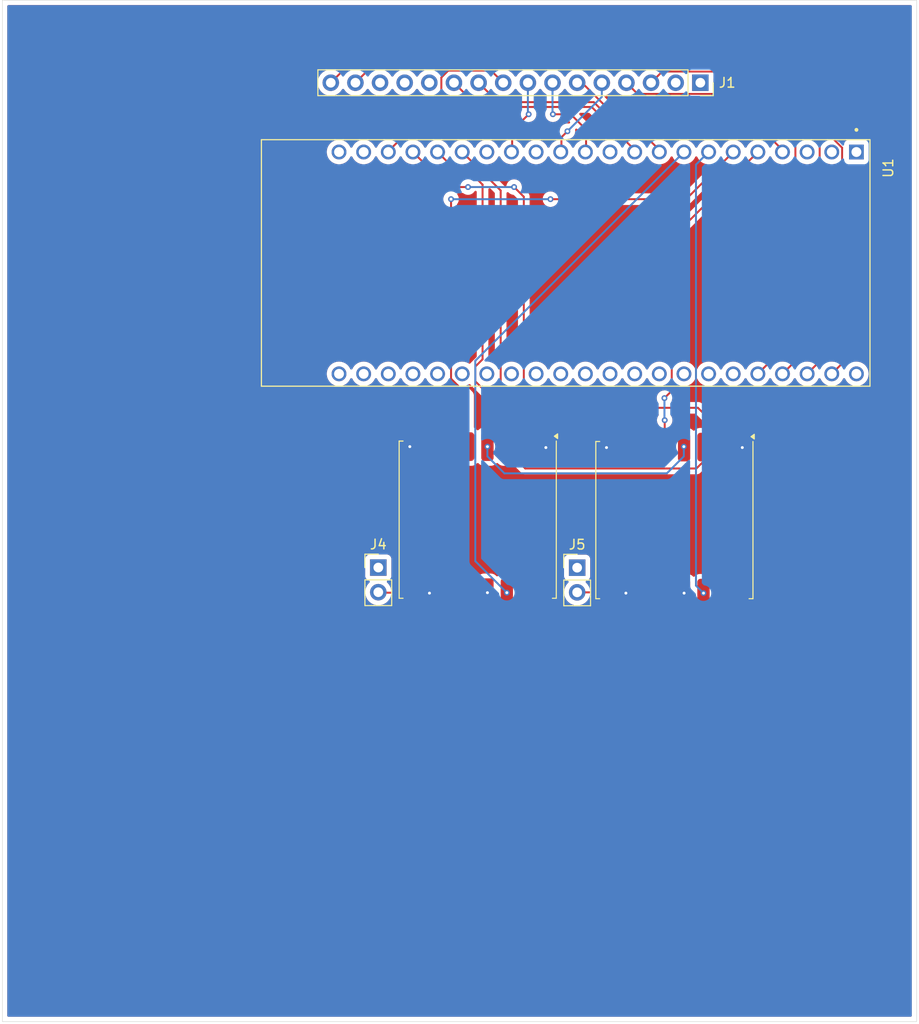
<source format=kicad_pcb>
(kicad_pcb (version 20241229) (generator "pcbnew") (generator_version "9.0")
  (layers (0 "F.Cu" signal) (4 "In1.Cu" signal) (6 "In2.Cu" signal) (2 "B.Cu" signal) (13 "F.Paste" user) (15 "B.Paste" user) (5 "F.SilkS" user "F.Silkscreen") (7 "B.SilkS" user "B.Silkscreen") (1 "F.Mask" user) (3 "B.Mask" user) (25 "Edge.Cuts" user))
  (net 0 "")
  (net 2 "+3.3V")
  (net 3 "BTN2")
  (net 4 "BTN1")
  (net 5 "BTN3")
  (net 9 "LED2")
  (net 10 "LED3")
  (net 11 "I2CSDA")
  (net 12 "GND")
  (net 15 "LED1")
  (net 16 "I2CSCL")
  (net 17 "GPSTX")
  (net 20 "BTN4")
  (net 23 "CS2")
  (net 24 "IRQ1")
  (net 25 "MISO")
  (net 28 "SCK")
  (net 33 "MOSI")
  (net 35 "RPSRX")
  (net 38 "IRQ2")
  (net 39 "CS1")
  (net 53 "ANT2")
  (net 54 "ANT1")
  (footprint "Connector_PinHeader_2.54mm:PinHeader_1x02_P2.54mm_Vertical" (layer "F.Cu") (at 204.75 102.975)
    (property "Reference" "J5" (at 0 -2.38 0) (layer "F.SilkS"))
    (property "Value" "Conn_01x02_Pin")
    (fp_line (start -1.38 -1.38) (end 0 -1.38) (stroke (width 0.12)) (layer "F.SilkS"))
    (fp_line (start -1.38 0) (end -1.38 -1.38) (stroke (width 0.12)) (layer "F.SilkS"))
    (fp_line (start -1.38 1.27) (end -1.38 3.92) (stroke (width 0.12)) (layer "F.SilkS"))
    (fp_line (start -1.38 1.27) (end 1.38 1.27) (stroke (width 0.12)) (layer "F.SilkS"))
    (fp_line (start -1.38 3.92) (end 1.38 3.92) (stroke (width 0.12)) (layer "F.SilkS"))
    (fp_line (start 1.38 1.27) (end 1.38 3.92) (stroke (width 0.12)) (layer "F.SilkS"))
    (pad "1" thru_hole rect (at 0 0) (size 1.7 1.7) (drill 1) (layers "*.Cu" "*.Mask") (net 12 "GND"))
    (pad "2" thru_hole circle (at 0 2.54) (size 1.7 1.7) (drill 1) (layers "*.Cu" "*.Mask") (net 54 "ANT1"))
  )
  (footprint "Connector_PinHeader_2.54mm:PinHeader_1x02_P2.54mm_Vertical" (layer "F.Cu") (at 184.25 102.96)
    (property "Reference" "J4" (at 0 -2.38 0) (layer "F.SilkS"))
    (property "Value" "Conn_01x02_Pin")
    (fp_line (start -1.38 -1.38) (end 0 -1.38) (stroke (width 0.12)) (layer "F.SilkS"))
    (fp_line (start -1.38 0) (end -1.38 -1.38) (stroke (width 0.12)) (layer "F.SilkS"))
    (fp_line (start -1.38 1.27) (end -1.38 3.92) (stroke (width 0.12)) (layer "F.SilkS"))
    (fp_line (start -1.38 1.27) (end 1.38 1.27) (stroke (width 0.12)) (layer "F.SilkS"))
    (fp_line (start -1.38 3.92) (end 1.38 3.92) (stroke (width 0.12)) (layer "F.SilkS"))
    (fp_line (start 1.38 1.27) (end 1.38 3.92) (stroke (width 0.12)) (layer "F.SilkS"))
    (pad "1" thru_hole rect (at 0 0) (size 1.7 1.7) (drill 1) (layers "*.Cu" "*.Mask") (net 12 "GND"))
    (pad "2" thru_hole circle (at 0 2.54) (size 1.7 1.7) (drill 1) (layers "*.Cu" "*.Mask") (net 53 "ANT2"))
  )
  (footprint "footprints:ESP32-S3-DEVKITC-1-N8R8" (layer "F.Cu") (at 203.57 71.57 -90)
    (property "Reference" "U1" (at -9.775 -33.255 90) (layer "F.SilkS"))
    (property "Value" "ESP32-S3-DEVKITC-1-N8R8")
    (fp_line (start -12.7 31.37) (end -12.7 -31.37) (stroke (width 0.127)) (layer "F.SilkS"))
    (fp_line (start 12.7 31.37) (end -12.7 31.37) (stroke (width 0.127)) (layer "F.SilkS"))
    (fp_line (start -12.7 -31.37) (end 12.7 -31.37) (stroke (width 0.127)) (layer "F.SilkS"))
    (fp_line (start 12.7 -31.37) (end 12.7 31.37) (stroke (width 0.127)) (layer "F.SilkS"))
    (fp_circle (center -13.716 -29.972) (end -13.616 -29.972) (stroke (width 0.2)) (fill no) (layer "F.SilkS"))
    (pad "J1_1" thru_hole rect (at -11.43 -29.97 270) (size 1.53 1.53) (drill 1.02) (layers "*.Cu" "*.Mask") (net 2 "+3.3V"))
    (pad "J1_2" thru_hole circle (at -11.43 -27.43 270) (size 1.53 1.53) (drill 1.02) (layers "*.Cu" "*.Mask") (net 2 "+3.3V"))
    (pad "J1_3" thru_hole circle (at -11.43 -24.89 270) (size 1.53 1.53) (drill 1.02) (layers "*.Cu" "*.Mask"))
    (pad "J1_4" thru_hole circle (at -11.43 -22.35 270) (size 1.53 1.53) (drill 1.02) (layers "*.Cu" "*.Mask") (net 20 "BTN4"))
    (pad "J1_5" thru_hole circle (at -11.43 -19.81 270) (size 1.53 1.53) (drill 1.02) (layers "*.Cu" "*.Mask") (net 39 "CS1"))
    (pad "J1_6" thru_hole circle (at -11.43 -17.27 270) (size 1.53 1.53) (drill 1.02) (layers "*.Cu" "*.Mask") (net 23 "CS2"))
    (pad "J1_7" thru_hole circle (at -11.43 -14.73 270) (size 1.53 1.53) (drill 1.02) (layers "*.Cu" "*.Mask") (net 24 "IRQ1"))
    (pad "J1_8" thru_hole circle (at -11.43 -12.19 270) (size 1.53 1.53) (drill 1.02) (layers "*.Cu" "*.Mask") (net 38 "IRQ2"))
    (pad "J1_9" thru_hole circle (at -11.43 -9.65 270) (size 1.53 1.53) (drill 1.02) (layers "*.Cu" "*.Mask") (net 9 "LED2"))
    (pad "J1_10" thru_hole circle (at -11.43 -7.11 270) (size 1.53 1.53) (drill 1.02) (layers "*.Cu" "*.Mask") (net 10 "LED3"))
    (pad "J1_11" thru_hole circle (at -11.43 -4.57 270) (size 1.53 1.53) (drill 1.02) (layers "*.Cu" "*.Mask"))
    (pad "J1_12" thru_hole circle (at -11.43 -2.03 270) (size 1.53 1.53) (drill 1.02) (layers "*.Cu" "*.Mask") (net 11 "I2CSDA"))
    (pad "J1_13" thru_hole circle (at -11.43 0.51 270) (size 1.53 1.53) (drill 1.02) (layers "*.Cu" "*.Mask") (net 5 "BTN3"))
    (pad "J1_14" thru_hole circle (at -11.43 3.05 270) (size 1.53 1.53) (drill 1.02) (layers "*.Cu" "*.Mask"))
    (pad "J1_15" thru_hole circle (at -11.43 5.59 270) (size 1.53 1.53) (drill 1.02) (layers "*.Cu" "*.Mask") (net 16 "I2CSCL"))
    (pad "J1_16" thru_hole circle (at -11.43 8.13 270) (size 1.53 1.53) (drill 1.02) (layers "*.Cu" "*.Mask"))
    (pad "J1_17" thru_hole circle (at -11.43 10.67 270) (size 1.53 1.53) (drill 1.02) (layers "*.Cu" "*.Mask") (net 33 "MOSI"))
    (pad "J1_18" thru_hole circle (at -11.43 13.21 270) (size 1.53 1.53) (drill 1.02) (layers "*.Cu" "*.Mask") (net 28 "SCK"))
    (pad "J1_19" thru_hole circle (at -11.43 15.75 270) (size 1.53 1.53) (drill 1.02) (layers "*.Cu" "*.Mask") (net 25 "MISO"))
    (pad "J1_20" thru_hole circle (at -11.43 18.29 270) (size 1.53 1.53) (drill 1.02) (layers "*.Cu" "*.Mask") (net 15 "LED1"))
    (pad "J1_21" thru_hole circle (at -11.43 20.83 270) (size 1.53 1.53) (drill 1.02) (layers "*.Cu" "*.Mask"))
    (pad "J1_22" thru_hole circle (at -11.43 23.37 270) (size 1.53 1.53) (drill 1.02) (layers "*.Cu" "*.Mask") (net 12 "GND"))
    (pad "J3_1" thru_hole circle (at 11.43 -29.97 270) (size 1.53 1.53) (drill 1.02) (layers "*.Cu" "*.Mask") (net 12 "GND"))
    (pad "J3_2" thru_hole circle (at 11.43 -27.43 270) (size 1.53 1.53) (drill 1.02) (layers "*.Cu" "*.Mask") (net 35 "RPSRX"))
    (pad "J3_3" thru_hole circle (at 11.43 -24.89 270) (size 1.53 1.53) (drill 1.02) (layers "*.Cu" "*.Mask") (net 17 "GPSTX"))
    (pad "J3_4" thru_hole circle (at 11.43 -22.35 270) (size 1.53 1.53) (drill 1.02) (layers "*.Cu" "*.Mask") (net 4 "BTN1"))
    (pad "J3_5" thru_hole circle (at 11.43 -19.81 270) (size 1.53 1.53) (drill 1.02) (layers "*.Cu" "*.Mask") (net 3 "BTN2"))
    (pad "J3_6" thru_hole circle (at 11.43 -17.27 270) (size 1.53 1.53) (drill 1.02) (layers "*.Cu" "*.Mask"))
    (pad "J3_7" thru_hole circle (at 11.43 -14.73 270) (size 1.53 1.53) (drill 1.02) (layers "*.Cu" "*.Mask"))
    (pad "J3_8" thru_hole circle (at 11.43 -12.19 270) (size 1.53 1.53) (drill 1.02) (layers "*.Cu" "*.Mask"))
    (pad "J3_9" thru_hole circle (at 11.43 -9.65 270) (size 1.53 1.53) (drill 1.02) (layers "*.Cu" "*.Mask"))
    (pad "J3_10" thru_hole circle (at 11.43 -7.11 270) (size 1.53 1.53) (drill 1.02) (layers "*.Cu" "*.Mask"))
    (pad "J3_11" thru_hole circle (at 11.43 -4.57 270) (size 1.53 1.53) (drill 1.02) (layers "*.Cu" "*.Mask"))
    (pad "J3_12" thru_hole circle (at 11.43 -2.03 270) (size 1.53 1.53) (drill 1.02) (layers "*.Cu" "*.Mask"))
    (pad "J3_13" thru_hole circle (at 11.43 0.51 270) (size 1.53 1.53) (drill 1.02) (layers "*.Cu" "*.Mask"))
    (pad "J3_14" thru_hole circle (at 11.43 3.05 270) (size 1.53 1.53) (drill 1.02) (layers "*.Cu" "*.Mask"))
    (pad "J3_15" thru_hole circle (at 11.43 5.59 270) (size 1.53 1.53) (drill 1.02) (layers "*.Cu" "*.Mask"))
    (pad "J3_16" thru_hole circle (at 11.43 8.13 270) (size 1.53 1.53) (drill 1.02) (layers "*.Cu" "*.Mask"))
    (pad "J3_17" thru_hole circle (at 11.43 10.67 270) (size 1.53 1.53) (drill 1.02) (layers "*.Cu" "*.Mask"))
    (pad "J3_18" thru_hole circle (at 11.43 13.21 270) (size 1.53 1.53) (drill 1.02) (layers "*.Cu" "*.Mask"))
    (pad "J3_19" thru_hole circle (at 11.43 15.75 270) (size 1.53 1.53) (drill 1.02) (layers "*.Cu" "*.Mask"))
    (pad "J3_20" thru_hole circle (at 11.43 18.29 270) (size 1.53 1.53) (drill 1.02) (layers "*.Cu" "*.Mask"))
    (pad "J3_21" thru_hole circle (at 11.43 20.83 270) (size 1.53 1.53) (drill 1.02) (layers "*.Cu" "*.Mask") (net 12 "GND"))
    (pad "J3_22" thru_hole circle (at 11.43 23.37 270) (size 1.53 1.53) (drill 1.02) (layers "*.Cu" "*.Mask") (net 12 "GND"))
  )
  (footprint "Connector_PinSocket_2.54mm:PinSocket_1x16_P2.54mm_Vertical" (layer "F.Cu") (at 217.45 53 -90)
    (property "Reference" "J1" (at 0 -2.77 180) (layer "F.SilkS"))
    (property "Value" "Conn_01x16_Socket" (hide yes))
    (fp_line (start -1.33 39.43) (end 1.33 39.43) (stroke (width 0.12)) (layer "F.SilkS"))
    (fp_line (start -1.33 1.27) (end -1.33 39.43) (stroke (width 0.12)) (layer "F.SilkS"))
    (fp_line (start -1.33 1.27) (end 1.33 1.27) (stroke (width 0.12)) (layer "F.SilkS"))
    (fp_line (start 1.33 1.27) (end 1.33 39.43) (stroke (width 0.12)) (layer "F.SilkS"))
    (fp_line (start 0 -1.33) (end 1.33 -1.33) (stroke (width 0.12)) (layer "F.SilkS"))
    (fp_line (start 1.33 -1.33) (end 1.33 0) (stroke (width 0.12)) (layer "F.SilkS"))
    (pad "1" thru_hole rect (at 0 0 270) (size 1.7 1.7) (drill 1) (layers "*.Cu" "*.Mask") (net 12 "GND"))
    (pad "2" thru_hole circle (at 0 2.54 270) (size 1.7 1.7) (drill 1) (layers "*.Cu" "*.Mask") (net 12 "GND"))
    (pad "3" thru_hole circle (at 0 5.08 270) (size 1.7 1.7) (drill 1) (layers "*.Cu" "*.Mask") (net 4 "BTN1"))
    (pad "4" thru_hole circle (at 0 7.62 270) (size 1.7 1.7) (drill 1) (layers "*.Cu" "*.Mask") (net 3 "BTN2"))
    (pad "5" thru_hole circle (at 0 10.16 270) (size 1.7 1.7) (drill 1) (layers "*.Cu" "*.Mask") (net 5 "BTN3"))
    (pad "6" thru_hole circle (at 0 12.7 270) (size 1.7 1.7) (drill 1) (layers "*.Cu" "*.Mask") (net 20 "BTN4"))
    (pad "7" thru_hole circle (at 0 15.24 270) (size 1.7 1.7) (drill 1) (layers "*.Cu" "*.Mask") (net 11 "I2CSDA"))
    (pad "8" thru_hole circle (at 0 17.78 270) (size 1.7 1.7) (drill 1) (layers "*.Cu" "*.Mask") (net 16 "I2CSCL"))
    (pad "9" thru_hole circle (at 0 20.32 270) (size 1.7 1.7) (drill 1) (layers "*.Cu" "*.Mask") (net 15 "LED1"))
    (pad "10" thru_hole circle (at 0 22.86 270) (size 1.7 1.7) (drill 1) (layers "*.Cu" "*.Mask") (net 9 "LED2"))
    (pad "11" thru_hole circle (at 0 25.4 270) (size 1.7 1.7) (drill 1) (layers "*.Cu" "*.Mask") (net 10 "LED3"))
    (pad "12" thru_hole circle (at 0 27.94 270) (size 1.7 1.7) (drill 1) (layers "*.Cu" "*.Mask") (net 12 "GND"))
    (pad "13" thru_hole circle (at 0 30.48 270) (size 1.7 1.7) (drill 1) (layers "*.Cu" "*.Mask") (net 2 "+3.3V"))
    (pad "14" thru_hole circle (at 0 33.02 270) (size 1.7 1.7) (drill 1) (layers "*.Cu" "*.Mask") (net 2 "+3.3V"))
    (pad "15" thru_hole circle (at 0 35.56 270) (size 1.7 1.7) (drill 1) (layers "*.Cu" "*.Mask") (net 17 "GPSTX"))
    (pad "16" thru_hole circle (at 0 38.1 270) (size 1.7 1.7) (drill 1) (layers "*.Cu" "*.Mask") (net 35 "RPSRX"))
  )
  (footprint "RF_Module:HOPERF_RFM9XW_SMD" (layer "F.Cu") (at 214.775 98.071 -90)
    (property "Reference" "U3" (hide yes))
    (property "Value" "RFM69HCW")
    (fp_line (start -8.1 8.1) (end 8.1 8.1) (stroke (width 0.12)) (layer "F.SilkS"))
    (fp_line (start 8.1 8.1) (end 8.1 7.7) (stroke (width 0.12)) (layer "F.SilkS"))
    (fp_line (start -8.1 7.7) (end -8.1 8.1) (stroke (width 0.12)) (layer "F.SilkS"))
    (fp_line (start -8.1 -8.1) (end 8.1 -8.1) (stroke (width 0.12)) (layer "F.SilkS"))
    (fp_line (start 8.1 -8.1) (end 8.1 -7.7) (stroke (width 0.12)) (layer "F.SilkS"))
    (fp_poly (pts (xy -8.6 -7.9) (xy -8.84 -8.236) (xy -8.36 -8.236) (xy -8.6 -7.9)) (stroke (width 0.12)) (fill yes) (layer "F.SilkS"))
    (pad "1" smd roundrect (at -7.525 -7 270) (size 2.95 1.27) (layers "F.Cu" "F.Mask" "F.Paste") (net 12 "GND"))
    (pad "2" smd roundrect (at -7.525 -5 270) (size 2.95 1.27) (layers "F.Cu" "F.Mask" "F.Paste") (net 25 "MISO"))
    (pad "3" smd roundrect (at -7.525 -3 270) (size 2.95 1.27) (layers "F.Cu" "F.Mask" "F.Paste") (net 33 "MOSI"))
    (pad "4" smd roundrect (at -7.525 -1 270) (size 2.95 1.27) (layers "F.Cu" "F.Mask" "F.Paste") (net 28 "SCK"))
    (pad "5" smd roundrect (at -7.525 1 270) (size 2.95 1.27) (layers "F.Cu" "F.Mask" "F.Paste") (net 39 "CS1"))
    (pad "6" smd roundrect (at -7.525 3 270) (size 2.95 1.27) (layers "F.Cu" "F.Mask" "F.Paste"))
    (pad "7" smd roundrect (at -7.525 5 270) (size 2.95 1.27) (layers "F.Cu" "F.Mask" "F.Paste"))
    (pad "8" smd roundrect (at -7.525 7 270) (size 2.95 1.27) (layers "F.Cu" "F.Mask" "F.Paste") (net 12 "GND"))
    (pad "9" smd roundrect (at 7.525 7 270) (size 2.95 1.27) (layers "F.Cu" "F.Mask" "F.Paste") (net 54 "ANT1"))
    (pad "10" smd roundrect (at 7.525 5 270) (size 2.95 1.27) (layers "F.Cu" "F.Mask" "F.Paste") (net 12 "GND"))
    (pad "11" smd roundrect (at 7.525 3 270) (size 2.95 1.27) (layers "F.Cu" "F.Mask" "F.Paste"))
    (pad "12" smd roundrect (at 7.525 1 270) (size 2.95 1.27) (layers "F.Cu" "F.Mask" "F.Paste"))
    (pad "13" smd roundrect (at 7.525 -1 270) (size 2.95 1.27) (layers "F.Cu" "F.Mask" "F.Paste") (net 2 "+3.3V"))
    (pad "14" smd roundrect (at 7.525 -3 270) (size 2.95 1.27) (layers "F.Cu" "F.Mask" "F.Paste") (net 24 "IRQ1"))
    (pad "15" smd roundrect (at 7.525 -5 270) (size 2.95 1.27) (layers "F.Cu" "F.Mask" "F.Paste"))
    (pad "16" smd roundrect (at 7.525 -7 270) (size 2.95 1.27) (layers "F.Cu" "F.Mask" "F.Paste"))
  )
  (footprint "RF_Module:HOPERF_RFM9XW_SMD" (layer "F.Cu") (at 194.5 98.025 -90)
    (property "Reference" "U2" (hide yes))
    (property "Value" "RFM69HCW")
    (fp_line (start -8.1 8.1) (end 8.1 8.1) (stroke (width 0.12)) (layer "F.SilkS"))
    (fp_line (start 8.1 8.1) (end 8.1 7.7) (stroke (width 0.12)) (layer "F.SilkS"))
    (fp_line (start -8.1 7.7) (end -8.1 8.1) (stroke (width 0.12)) (layer "F.SilkS"))
    (fp_line (start -8.1 -8.1) (end 8.1 -8.1) (stroke (width 0.12)) (layer "F.SilkS"))
    (fp_line (start 8.1 -8.1) (end 8.1 -7.7) (stroke (width 0.12)) (layer "F.SilkS"))
    (fp_poly (pts (xy -8.6 -7.9) (xy -8.84 -8.236) (xy -8.36 -8.236) (xy -8.6 -7.9)) (stroke (width 0.12)) (fill yes) (layer "F.SilkS"))
    (pad "1" smd roundrect (at -7.525 -7 270) (size 2.95 1.27) (layers "F.Cu" "F.Mask" "F.Paste") (net 12 "GND"))
    (pad "2" smd roundrect (at -7.525 -5 270) (size 2.95 1.27) (layers "F.Cu" "F.Mask" "F.Paste") (net 25 "MISO"))
    (pad "3" smd roundrect (at -7.525 -3 270) (size 2.95 1.27) (layers "F.Cu" "F.Mask" "F.Paste") (net 33 "MOSI"))
    (pad "4" smd roundrect (at -7.525 -1 270) (size 2.95 1.27) (layers "F.Cu" "F.Mask" "F.Paste") (net 28 "SCK"))
    (pad "5" smd roundrect (at -7.525 1 270) (size 2.95 1.27) (layers "F.Cu" "F.Mask" "F.Paste") (net 23 "CS2"))
    (pad "6" smd roundrect (at -7.525 3 270) (size 2.95 1.27) (layers "F.Cu" "F.Mask" "F.Paste"))
    (pad "7" smd roundrect (at -7.525 5 270) (size 2.95 1.27) (layers "F.Cu" "F.Mask" "F.Paste"))
    (pad "8" smd roundrect (at -7.525 7 270) (size 2.95 1.27) (layers "F.Cu" "F.Mask" "F.Paste") (net 12 "GND"))
    (pad "9" smd roundrect (at 7.525 7 270) (size 2.95 1.27) (layers "F.Cu" "F.Mask" "F.Paste") (net 53 "ANT2"))
    (pad "10" smd roundrect (at 7.525 5 270) (size 2.95 1.27) (layers "F.Cu" "F.Mask" "F.Paste") (net 12 "GND"))
    (pad "11" smd roundrect (at 7.525 3 270) (size 2.95 1.27) (layers "F.Cu" "F.Mask" "F.Paste"))
    (pad "12" smd roundrect (at 7.525 1 270) (size 2.95 1.27) (layers "F.Cu" "F.Mask" "F.Paste"))
    (pad "13" smd roundrect (at 7.525 -1 270) (size 2.95 1.27) (layers "F.Cu" "F.Mask" "F.Paste") (net 2 "+3.3V"))
    (pad "14" smd roundrect (at 7.525 -3 270) (size 2.95 1.27) (layers "F.Cu" "F.Mask" "F.Paste") (net 38 "IRQ2"))
    (pad "15" smd roundrect (at 7.525 -5 270) (size 2.95 1.27) (layers "F.Cu" "F.Mask" "F.Paste"))
    (pad "16" smd roundrect (at 7.525 -7 270) (size 2.95 1.27) (layers "F.Cu" "F.Mask" "F.Paste"))
  )
  (gr_rect (start 145.5 44.5) (end 239.75 149.75) (stroke (width 0.05)) (fill no) (layer "Edge.Cuts"))
  (via blind (at 195.5 105.55) (size 0.6) (drill 0.3) (layers "F.Cu" "In2.Cu") (net 2))
  (via blind (at 215.775 105.596) (size 0.6) (drill 0.3) (layers "F.Cu" "In2.Cu") (net 2))
  (segment (start 210.981 54.151) (end 209.83 53) (width 0.2) (layer "F.Cu") (net 3))
  (segment (start 223.38 83) (end 227.25 79.13) (width 0.2) (layer "F.Cu") (net 3))
  (segment (start 227.25 59) (end 222.401 54.151) (width 0.2) (layer "F.Cu") (net 3))
  (segment (start 222.401 54.151) (end 210.981 54.151) (width 0.2) (layer "F.Cu") (net 3))
  (segment (start 227.25 79.13) (end 227.25 59) (width 0.2) (layer "F.Cu") (net 3))
  (segment (start 229.75 58.75) (end 222.849 51.849) (width 0.2) (layer "F.Cu") (net 4))
  (segment (start 213.521 51.849) (end 212.37 53) (width 0.2) (layer "F.Cu") (net 4))
  (segment (start 225.92 83) (end 229.75 79.17) (width 0.2) (layer "F.Cu") (net 4))
  (segment (start 229.75 79.17) (end 229.75 58.75) (width 0.2) (layer "F.Cu") (net 4))
  (segment (start 222.849 51.849) (end 213.521 51.849) (width 0.2) (layer "F.Cu") (net 4))
  (segment (start 203.13 58.62) (end 203.13 60) (width 0.2) (layer "F.Cu") (net 5))
  (segment (start 203.75 58) (end 203.13 58.62) (width 0.2) (layer "F.Cu") (net 5))
  (via (at 203.75 58) (size 0.6) (drill 0.3) (layers "F.Cu" "B.Cu") (net 5))
  (segment (start 207.29 54.46) (end 207.29 53) (width 0.2) (layer "B.Cu") (net 5))
  (segment (start 203.75 58) (end 207.29 54.46) (width 0.2) (layer "B.Cu") (net 5))
  (segment (start 213.29 60) (end 209.191 55.901) (width 0.2) (layer "F.Cu") (net 9))
  (segment (start 196.59 55) (end 194.59 53) (width 0.2) (layer "F.Cu") (net 9))
  (segment (start 207.36745 55.901) (end 206.46645 55) (width 0.2) (layer "F.Cu") (net 9))
  (segment (start 209.191 55.901) (end 207.36745 55.901) (width 0.2) (layer "F.Cu") (net 9))
  (segment (start 206.46645 55) (end 196.59 55) (width 0.2) (layer "F.Cu") (net 9))
  (segment (start 206.25 55.5) (end 194.55 55.5) (width 0.2) (layer "F.Cu") (net 10))
  (segment (start 194.55 55.5) (end 192.05 53) (width 0.2) (layer "F.Cu") (net 10))
  (segment (start 210.75 60) (end 206.25 55.5) (width 0.2) (layer "F.Cu") (net 10))
  (segment (start 204.09 56.25) (end 205.67 57.83) (width 0.2) (layer "F.Cu") (net 11))
  (segment (start 202.25 56.25) (end 204.09 56.25) (width 0.2) (layer "F.Cu") (net 11))
  (segment (start 205.67 57.83) (end 205.67 60) (width 0.2) (layer "F.Cu") (net 11))
  (via (at 202.25 56.25) (size 0.6) (drill 0.3) (layers "F.Cu" "B.Cu") (net 11))
  (segment (start 202.21 56.21) (end 202.25 56.25) (width 0.2) (layer "B.Cu") (net 11))
  (segment (start 202.21 53) (end 202.21 56.21) (width 0.2) (layer "B.Cu") (net 11))
  (via blind (at 187.5 90.5) (size 0.6) (drill 0.3) (layers "F.Cu" "In1.Cu") (net 12))
  (via blind (at 201.525 90.596) (size 0.6) (drill 0.3) (layers "F.Cu" "In1.Cu") (net 12))
  (via blind (at 189.525 105.596) (size 0.6) (drill 0.3) (layers "F.Cu" "In1.Cu") (net 12))
  (via blind (at 207.775 90.596) (size 0.6) (drill 0.3) (layers "F.Cu" "In1.Cu") (net 12))
  (via blind (at 221.775 90.596) (size 0.6) (drill 0.3) (layers "F.Cu" "In1.Cu") (net 12))
  (via blind (at 209.775 105.596) (size 0.6) (drill 0.3) (layers "F.Cu" "In1.Cu") (net 12))
  (segment (start 191.46112 51.75) (end 195.88 51.75) (width 0.2) (layer "F.Cu") (net 15))
  (segment (start 195.88 51.75) (end 197.13 53) (width 0.2) (layer "F.Cu") (net 15))
  (segment (start 185.35 60) (end 190.75 54.6) (width 0.2) (layer "F.Cu") (net 15))
  (segment (start 190.75 52.46112) (end 191.46112 51.75) (width 0.2) (layer "F.Cu") (net 15))
  (segment (start 190.75 54.6) (end 190.75 52.46112) (width 0.2) (layer "F.Cu") (net 15))
  (segment (start 198.05 57.95) (end 198.05 60) (width 0.2) (layer "F.Cu") (net 16))
  (segment (start 199.75 56.25) (end 198.05 57.95) (width 0.2) (layer "F.Cu") (net 16))
  (via (at 199.75 56.25) (size 0.6) (drill 0.3) (layers "F.Cu" "B.Cu") (net 16))
  (segment (start 199.67 53) (end 199.67 56.17) (width 0.2) (layer "B.Cu") (net 16))
  (segment (start 199.67 56.17) (end 199.75 56.25) (width 0.2) (layer "B.Cu") (net 16))
  (segment (start 232.066 59.698448) (end 223.367552 51) (width 0.2) (layer "F.Cu") (net 17))
  (segment (start 183.89 51) (end 181.89 53) (width 0.2) (layer "F.Cu") (net 17))
  (segment (start 232.066 79.394) (end 232.066 59.698448) (width 0.2) (layer "F.Cu") (net 17))
  (segment (start 228.46 83) (end 232.066 79.394) (width 0.2) (layer "F.Cu") (net 17))
  (segment (start 223.367552 51) (end 183.89 51) (width 0.2) (layer "F.Cu") (net 17))
  (segment (start 225.99 60) (end 223.74 57.75) (width 0.2) (layer "F.Cu") (net 20))
  (segment (start 210.25 55.5) (end 207.75 55.5) (width 0.2) (layer "F.Cu") (net 20))
  (segment (start 212.5 57.75) (end 210.25 55.5) (width 0.2) (layer "F.Cu") (net 20))
  (segment (start 207.75 55.5) (end 205.25 53) (width 0.2) (layer "F.Cu") (net 20))
  (segment (start 205.25 53) (end 204.75 53) (width 0.2) (layer "F.Cu") (net 20))
  (segment (start 223.74 57.75) (end 212.5 57.75) (width 0.2) (layer "F.Cu") (net 20))
  (segment (start 220.84 60.14) (end 215.98 65) (width 0.2) (layer "F.Cu") (net 23))
  (segment (start 193.5 85.25) (end 193.5 90.5) (width 0.2) (layer "F.Cu") (net 23))
  (segment (start 191.75 83.5) (end 193.5 85.25) (width 0.2) (layer "F.Cu") (net 23))
  (segment (start 191.75 65) (end 191.75 83.5) (width 0.2) (layer "F.Cu") (net 23))
  (segment (start 215.98 65) (end 202 65) (width 0.2) (layer "F.Cu") (net 23))
  (via (at 191.75 65) (size 0.6) (drill 0.3) (layers "F.Cu" "B.Cu") (net 23))
  (via (at 202 65) (size 0.6) (drill 0.3) (layers "F.Cu" "B.Cu") (net 23))
  (segment (start 191.75 65) (end 202 65) (width 0.2) (layer "B.Cu") (net 23))
  (via (at 217.775 105.596) (size 0.6) (drill 0.3) (layers "F.Cu" "B.Cu") (net 24))
  (segment (start 218.3 60.14) (end 217 61.44) (width 0.2) (layer "B.Cu") (net 24))
  (segment (start 217 104.821) (end 217.775 105.596) (width 0.2) (layer "B.Cu") (net 24))
  (segment (start 217 61.44) (end 217 104.821) (width 0.2) (layer "B.Cu") (net 24))
  (segment (start 202.025 86.5) (end 199.5 89.025) (width 0.2) (layer "F.Cu") (net 25))
  (segment (start 191.43 63.75) (end 187.82 60.14) (width 0.2) (layer "F.Cu") (net 25))
  (segment (start 217.204 86.5) (end 202.025 86.5) (width 0.2) (layer "F.Cu") (net 25))
  (segment (start 219.775 89.071) (end 217.204 86.5) (width 0.2) (layer "F.Cu") (net 25))
  (segment (start 199.25 90.25) (end 199.5 90.5) (width 0.2) (layer "F.Cu") (net 25))
  (segment (start 193.5 63.75) (end 191.43 63.75) (width 0.2) (layer "F.Cu") (net 25))
  (segment (start 199.5 89.025) (end 199.5 90.5) (width 0.2) (layer "F.Cu") (net 25))
  (segment (start 199.25 64.75) (end 199.25 90.25) (width 0.2) (layer "F.Cu") (net 25))
  (segment (start 198.25 63.75) (end 199.25 64.75) (width 0.2) (layer "F.Cu") (net 25))
  (segment (start 219.775 90.546) (end 219.775 89.071) (width 0.2) (layer "F.Cu") (net 25))
  (via (at 193.5 63.75) (size 0.6) (drill 0.3) (layers "F.Cu" "B.Cu") (net 25))
  (via (at 198.25 63.75) (size 0.6) (drill 0.3) (layers "F.Cu" "B.Cu") (net 25))
  (segment (start 193.5 63.75) (end 198.25 63.75) (width 0.2) (layer "B.Cu") (net 25))
  (segment (start 190.36 60.14) (end 192.72 62.5) (width 0.2) (layer "F.Cu") (net 28))
  (segment (start 192.72 62.5) (end 194 62.5) (width 0.2) (layer "F.Cu") (net 28))
  (segment (start 194.998448 81.501552) (end 194.25 82.25) (width 0.2) (layer "F.Cu") (net 28))
  (segment (start 194 62.5) (end 194.998448 63.498448) (width 0.2) (layer "F.Cu") (net 28))
  (segment (start 195.5 85.016888) (end 195.5 90.5) (width 0.2) (layer "F.Cu") (net 28))
  (segment (start 194.998448 63.498448) (end 194.998448 81.501552) (width 0.2) (layer "F.Cu") (net 28))
  (segment (start 194.25 83.766888) (end 195.5 85.016888) (width 0.2) (layer "F.Cu") (net 28))
  (segment (start 194.25 82.25) (end 194.25 83.766888) (width 0.2) (layer "F.Cu") (net 28))
  (via (at 195.5 90.5) (size 0.6) (drill 0.3) (layers "F.Cu" "B.Cu") (net 28))
  (via (at 215.75 90.5) (size 0.6) (drill 0.3) (layers "F.Cu" "B.Cu") (net 28))
  (segment (start 195.5 90.5) (end 195.5 91.5) (width 0.2) (layer "B.Cu") (net 28))
  (segment (start 215.75 91.5) (end 215.75 90.5) (width 0.2) (layer "B.Cu") (net 28))
  (segment (start 195.5 91.5) (end 197.25 93.25) (width 0.2) (layer "B.Cu") (net 28))
  (segment (start 197.25 93.25) (end 214 93.25) (width 0.2) (layer "B.Cu") (net 28))
  (segment (start 214 93.25) (end 215.75 91.5) (width 0.2) (layer "B.Cu") (net 28))
  (segment (start 197.5 90.5) (end 196.865 89.865) (width 0.2) (layer "F.Cu") (net 33))
  (segment (start 217.775 90.546) (end 217.775 92.021) (width 0.2) (layer "F.Cu") (net 33))
  (segment (start 196.865 64.105) (end 192.9 60.14) (width 0.2) (layer "F.Cu") (net 33))
  (segment (start 197.5 90.849692) (end 197.5 90.5) (width 0.2) (layer "F.Cu") (net 33))
  (segment (start 217.775 92.021) (end 217.046 92.75) (width 0.2) (layer "F.Cu") (net 33))
  (segment (start 196.865 89.865) (end 196.865 64.105) (width 0.2) (layer "F.Cu") (net 33))
  (segment (start 199.400308 92.75) (end 197.5 90.849692) (width 0.2) (layer "F.Cu") (net 33))
  (segment (start 217.046 92.75) (end 199.400308 92.75) (width 0.2) (layer "F.Cu") (net 33))
  (segment (start 226.5 50.25) (end 182.1 50.25) (width 0.2) (layer "F.Cu") (net 35))
  (segment (start 231 83) (end 235 79) (width 0.2) (layer "F.Cu") (net 35))
  (segment (start 182.1 50.25) (end 179.35 53) (width 0.2) (layer "F.Cu") (net 35))
  (segment (start 235 79) (end 235 58.75) (width 0.2) (layer "F.Cu") (net 35))
  (segment (start 235 58.75) (end 226.5 50.25) (width 0.2) (layer "F.Cu") (net 35))
  (via (at 197.5 105.55) (size 0.6) (drill 0.3) (layers "F.Cu" "B.Cu") (net 38))
  (segment (start 215.76 60.14) (end 194.25 81.65) (width 0.2) (layer "B.Cu") (net 38))
  (segment (start 194.25 102.3) (end 197.5 105.55) (width 0.2) (layer "B.Cu") (net 38))
  (segment (start 194.25 81.65) (end 194.25 102.3) (width 0.2) (layer "B.Cu") (net 38))
  (segment (start 223.38 60.14) (end 214.5 69.02) (width 0.2) (layer "F.Cu") (net 39))
  (segment (start 214.5 69.02) (end 214.5 84.75) (width 0.2) (layer "F.Cu") (net 39))
  (segment (start 214.5 84.75) (end 213.75 85.5) (width 0.2) (layer "F.Cu") (net 39))
  (segment (start 213.775 90.546) (end 213.775 87.775) (width 0.2) (layer "F.Cu") (net 39))
  (via (at 213.75 85.5) (size 0.6) (drill 0.3) (layers "F.Cu" "B.Cu") (net 39))
  (via (at 213.775 87.775) (size 0.6) (drill 0.3) (layers "F.Cu" "B.Cu") (net 39))
  (segment (start 213.75 87.75) (end 213.775 87.775) (width 0.2) (layer "B.Cu") (net 39))
  (segment (start 213.75 85.5) (end 213.75 87.75) (width 0.2) (layer "B.Cu") (net 39))
  (segment (start 187.5 105.55) (end 184.3 105.55) (width 0.2) (layer "F.Cu") (net 53))
  (segment (start 184.3 105.55) (end 184.25 105.5) (width 0.2) (layer "F.Cu") (net 53))
  (segment (start 207.694 105.515) (end 207.775 105.596) (width 0.2) (layer "F.Cu") (net 54))
  (segment (start 204.75 105.515) (end 207.694 105.515) (width 0.2) (layer "F.Cu") (net 54))
  (zone (net 0) (net_name "") (layer "F.Cu") (priority 4) (connect_pads (clearance 0.5)) (min_thickness 0.25) (fill yes (thermal_gap 0.5) (thermal_bridge_width 0.5) (island_removal_mode 1) (island_area_min 10))
    (polygon (pts (xy 239.75 149.75) (xy 239.75 44.5) (xy 145.5 44.5) (xy 145.5 149.75)))
  )
  (zone (net 0) (net_name "") (layer "B.Cu") (priority 1) (connect_pads (clearance 0.5)) (min_thickness 0.25) (fill yes (thermal_gap 0.5) (thermal_bridge_width 0.5) (island_removal_mode 1) (island_area_min 10))
    (polygon (pts (xy 239.75 149.75) (xy 239.75 44.5) (xy 145.75 44.5) (xy 145.5 44.75) (xy 145.5 149.75) (xy 145.75 150) (xy 240 150)))
  )
)
</source>
